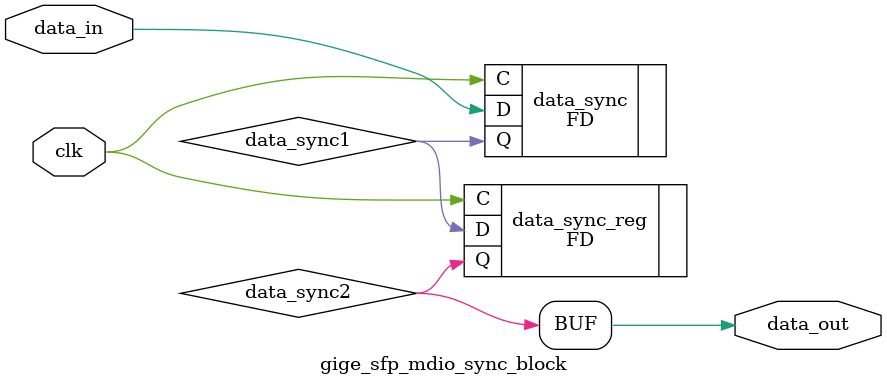
<source format=v>

`timescale 1ps / 1ps

module gige_sfp_mdio_sync_block #(
  parameter INITIALISE = 2'b00
)
(
  input        clk,              // clock to be sync'ed to
  input        data_in,          // Data to be 'synced'
  output       data_out          // synced data
);

  // Internal Signals
  wire data_sync1;
  wire data_sync2;


  (* shreg_extract = "no", ASYNC_REG = "TRUE", RLOC = "X0Y0" *)
  FD #(
    .INIT (INITIALISE[0])
  ) data_sync (
    .C  (clk),
    .D  (data_in),
    .Q  (data_sync1)
  );


  (* shreg_extract = "no", RLOC = "X0Y0" *)
  FD #(
   .INIT (INITIALISE[1])
  ) data_sync_reg (
  .C  (clk),
  .D  (data_sync1),
  .Q  (data_sync2)
  );


  assign data_out = data_sync2;


endmodule



</source>
